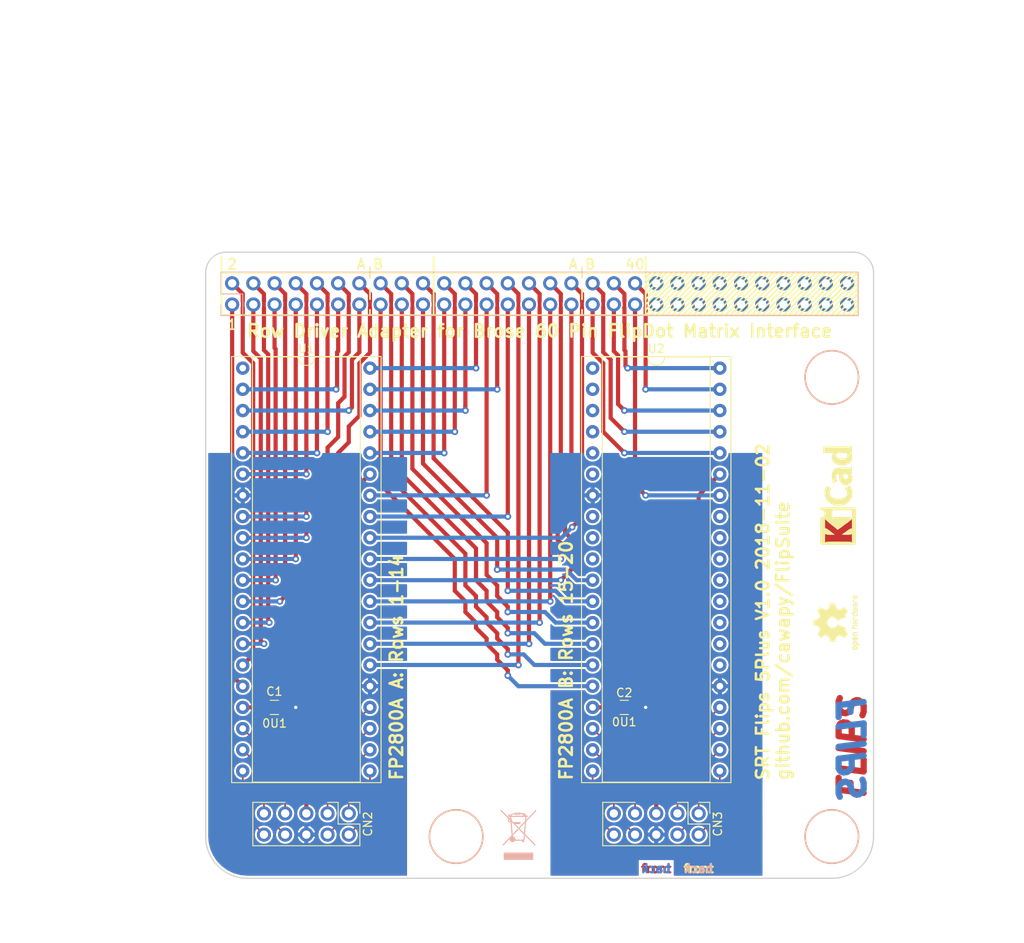
<source format=kicad_pcb>
(kicad_pcb (version 20171130) (host pcbnew "(5.0.1)-3")
  (title_block (title "Flips 5") (date 2018-08-28) (rev 0.1) (company SRT) (comment 1 A-2UFP2832-FDMBR60) (comment 2 "Zeilentreiber-Adapter für Brose 60 Pin Port und FP2800A-Ausgänge"))
  (layers (0 F.Cu signal) (31 B.Cu signal) (34 B.Paste user) (35 F.Paste user) (36 B.SilkS user) (37 F.SilkS user) (38 B.Mask user) (39 F.Mask user) (44 Edge.Cuts user))
  (net 0 "")
  (net 1 "Net-(CN1-Pad40)")
  (net 2 "Net-(CN1-Pad39)")
  (net 3 "Net-(CN1-Pad38)")
  (net 4 "Net-(CN1-Pad37)")
  (net 5 "Net-(CN1-Pad36)")
  (net 6 "Net-(CN1-Pad35)")
  (net 7 "Net-(CN1-Pad34)")
  (net 8 "Net-(CN1-Pad33)")
  (net 9 "Net-(CN1-Pad32)")
  (net 10 "Net-(CN1-Pad31)")
  (net 11 "Net-(CN1-Pad30)")
  (net 12 "Net-(CN1-Pad29)")
  (net 13 "Net-(CN1-Pad28)")
  (net 14 "Net-(CN1-Pad27)")
  (net 15 "Net-(CN1-Pad26)")
  (net 16 "Net-(CN1-Pad25)")
  (net 17 "Net-(CN1-Pad24)")
  (net 18 "Net-(CN1-Pad23)")
  (net 19 "Net-(CN1-Pad22)")
  (net 20 "Net-(CN1-Pad21)")
  (net 21 "Net-(CN1-Pad20)")
  (net 22 "Net-(CN1-Pad19)")
  (net 23 "Net-(CN1-Pad18)")
  (net 24 "Net-(CN1-Pad17)")
  (net 25 "Net-(CN1-Pad16)")
  (net 26 "Net-(CN1-Pad15)")
  (net 27 "Net-(CN1-Pad14)")
  (net 28 "Net-(CN1-Pad13)")
  (net 29 "Net-(CN1-Pad12)")
  (net 30 "Net-(CN1-Pad11)")
  (net 31 "Net-(CN1-Pad10)")
  (net 32 "Net-(CN1-Pad9)")
  (net 33 "Net-(CN1-Pad8)")
  (net 34 "Net-(CN1-Pad7)")
  (net 35 "Net-(CN1-Pad6)")
  (net 36 "Net-(CN1-Pad5)")
  (net 37 "Net-(CN1-Pad4)")
  (net 38 "Net-(CN1-Pad3)")
  (net 39 "Net-(CN1-Pad2)")
  (net 40 "Net-(CN1-Pad1)")
  (net 41 /L.A2)
  (net 42 /L.A0)
  (net 43 /L.A1)
  (net 44 /L.VCC)
  (net 45 /L.GND)
  (net 46 /L.HV)
  (net 47 /L.POL)
  (net 48 /L.EN)
  (net 49 /L.B0)
  (net 50 /L.B1)
  (net 51 /R.B1)
  (net 52 /R.B0)
  (net 53 /R.EN)
  (net 54 /R.POL)
  (net 55 /R.HV)
  (net 56 /R.GND)
  (net 57 /R.VCC)
  (net 58 /R.A1)
  (net 59 /R.A0)
  (net 60 /R.A2)
  (net 61 "Net-(CN1-Pad41)")
  (net 62 "Net-(CN1-Pad42)")
  (net 63 "Net-(CN1-Pad43)")
  (net 64 "Net-(CN1-Pad44)")
  (net 65 "Net-(CN1-Pad45)")
  (net 66 "Net-(CN1-Pad46)")
  (net 67 "Net-(CN1-Pad47)")
  (net 68 "Net-(CN1-Pad48)")
  (net 69 "Net-(CN1-Pad49)")
  (net 70 "Net-(CN1-Pad50)")
  (net 71 "Net-(CN1-Pad51)")
  (net 72 "Net-(CN1-Pad52)")
  (net 73 "Net-(CN1-Pad53)")
  (net 74 "Net-(CN1-Pad54)")
  (net 75 "Net-(CN1-Pad55)")
  (net 76 "Net-(CN1-Pad56)")
  (net 77 "Net-(CN1-Pad57)")
  (net 78 "Net-(CN1-Pad58)")
  (net 79 "Net-(CN1-Pad59)")
  (net 80 "Net-(CN1-Pad60)")
  (net 81 "Net-(U1-Pad1)")
  (net 82 "Net-(U2-Pad1)")
  (net 83 "Net-(U2-Pad2)")
  (net 84 "Net-(U2-Pad3)")
  (net 85 "Net-(U2-Pad4)")
  (net 86 "Net-(U2-Pad5)")
  (net 87 "Net-(U2-Pad6)")
  (net 88 "Net-(U2-Pad26)")
  (net 89 "Net-(U2-Pad27)")
  (net 90 "Net-(U2-Pad8)")
  (net 91 "Net-(U2-Pad28)")
  (net 92 "Net-(U2-Pad9)")
  (net 93 "Net-(U2-Pad29)")
  (net 94 "Net-(U2-Pad10)")
  (net 95 "Net-(U2-Pad30)")
  (net 96 "Net-(U2-Pad31)")
  (net 97 "Net-(U2-Pad32)")
  (net 98 "Net-(U2-Pad33)")
  (module Mounting_Holes:MountingHole_3.2mm_M3 (layer F.Cu) (at 142.95 92.55)
    (fp_text reference REF** hide)
    (fp_text value MountingHole_3.2mm_M3)
    (pad 1 np_thru_hole circle (at 0 0) (size 3.2 3.2) (drill 3.2) (layers *.Cu *.Mask))
  )
  (module Mounting_Holes:MountingHole_3.2mm_M3 (layer F.Cu) (at 97.95 147.55)
    (fp_text reference REF** hide)
    (fp_text value MountingHole_3.2mm_M3)
    (pad 1 np_thru_hole circle (at 0 0) (size 3.2 3.2) (drill 3.2) (layers *.Cu *.Mask))
  )
  (module Socket_Strips:Socket_Strip_Straight_2x30_Pitch2.54mm (layer B.Cu) (at 71.12 83.82 270)
    (fp_text reference CN1 hide)
    (fp_text value Conn_02x30_Odd_Even)
    (pad 1 thru_hole circle (at 0 0 270) (size 1.7 1.7) (drill 1) (layers *.Cu *.Mask) (net 40 "Net-(CN1-Pad1)"))
    (pad 2 thru_hole oval (at -2.54 0 270) (size 1.7 1.7) (drill 1) (layers *.Cu *.Mask) (net 39 "Net-(CN1-Pad2)"))
    (pad 3 thru_hole oval (at 0 -2.54 270) (size 1.7 1.7) (drill 1) (layers *.Cu *.Mask) (net 38 "Net-(CN1-Pad3)"))
    (pad 4 thru_hole oval (at -2.54 -2.54 270) (size 1.7 1.7) (drill 1) (layers *.Cu *.Mask) (net 37 "Net-(CN1-Pad4)"))
    (pad 5 thru_hole oval (at 0 -5.08 270) (size 1.7 1.7) (drill 1) (layers *.Cu *.Mask) (net 36 "Net-(CN1-Pad5)"))
    (pad 6 thru_hole oval (at -2.54 -5.08 270) (size 1.7 1.7) (drill 1) (layers *.Cu *.Mask) (net 35 "Net-(CN1-Pad6)"))
    (pad 7 thru_hole oval (at 0 -7.62 270) (size 1.7 1.7) (drill 1) (layers *.Cu *.Mask) (net 34 "Net-(CN1-Pad7)"))
    (pad 8 thru_hole oval (at -2.54 -7.62 270) (size 1.7 1.7) (drill 1) (layers *.Cu *.Mask) (net 33 "Net-(CN1-Pad8)"))
    (pad 9 thru_hole oval (at 0 -10.16 270) (size 1.7 1.7) (drill 1) (layers *.Cu *.Mask) (net 32 "Net-(CN1-Pad9)"))
    (pad 10 thru_hole oval (at -2.54 -10.16 270) (size 1.7 1.7) (drill 1) (layers *.Cu *.Mask) (net 31 "Net-(CN1-Pad10)"))
    (pad 11 thru_hole oval (at 0 -12.7 270) (size 1.7 1.7) (drill 1) (layers *.Cu *.Mask) (net 30 "Net-(CN1-Pad11)"))
    (pad 12 thru_hole oval (at -2.54 -12.7 270) (size 1.7 1.7) (drill 1) (layers *.Cu *.Mask) (net 29 "Net-(CN1-Pad12)"))
    (pad 13 thru_hole oval (at 0 -15.24 270) (size 1.7 1.7) (drill 1) (layers *.Cu *.Mask) (net 28 "Net-(CN1-Pad13)"))
    (pad 14 thru_hole oval (at -2.54 -15.24 270) (size 1.7 1.7) (drill 1) (layers *.Cu *.Mask) (net 27 "Net-(CN1-Pad14)"))
    (pad 15 thru_hole oval (at 0 -17.78 270) (size 1.7 1.7) (drill 1) (layers *.Cu *.Mask) (net 26 "Net-(CN1-Pad15)"))
    (pad 16 thru_hole oval (at -2.54 -17.78 270) (size 1.7 1.7) (drill 1) (layers *.Cu *.Mask) (net 25 "Net-(CN1-Pad16)"))
    (pad 17 thru_hole oval (at 0 -20.32 270) (size 1.7 1.7) (drill 1) (layers *.Cu *.Mask) (net 24 "Net-(CN1-Pad17)"))
    (pad 18 thru_hole oval (at -2.54 -20.32 270) (size 1.7 1.7) (drill 1) (layers *.Cu *.Mask) (net 23 "Net-(CN1-Pad18)"))
    (pad 19 thru_hole oval (at 0 -22.86 270) (size 1.7 1.7) (drill 1) (layers *.Cu *.Mask) (net 22 "Net-(CN1-Pad19)"))
    (pad 20 thru_hole oval (at -2.54 -22.86 270) (size 1.7 1.7) (drill 1) (layers *.Cu *.Mask) (net 21 "Net-(CN1-Pad20)"))
    (pad 21 thru_hole oval (at 0 -25.4 270) (size 1.7 1.7) (drill 1) (layers *.Cu *.Mask) (net 20 "Net-(CN1-Pad21)"))
    (pad 22 thru_hole oval (at -2.54 -25.4 270) (size 1.7 1.7) (drill 1) (layers *.Cu *.Mask) (net 19 "Net-(CN1-Pad22)"))
    (pad 23 thru_hole oval (at 0 -27.94 270) (size 1.7 1.7) (drill 1) (layers *.Cu *.Mask) (net 18 "Net-(CN1-Pad23)"))
    (pad 24 thru_hole oval (at -2.54 -27.94 270) (size 1.7 1.7) (drill 1) (layers *.Cu *.Mask) (net 17 "Net-(CN1-Pad24)"))
    (pad 25 thru_hole oval (at 0 -30.48 270) (size 1.7 1.7) (drill 1) (layers *.Cu *.Mask) (net 16 "Net-(CN1-Pad25)"))
    (pad 26 thru_hole oval (at -2.54 -30.48 270) (size 1.7 1.7) (drill 1) (layers *.Cu *.Mask) (net 15 "Net-(CN1-Pad26)"))
    (pad 27 thru_hole oval (at 0 -33.02 270) (size 1.7 1.7) (drill 1) (layers *.Cu *.Mask) (net 14 "Net-(CN1-Pad27)"))
    (pad 28 thru_hole oval (at -2.54 -33.02 270) (size 1.7 1.7) (drill 1) (layers *.Cu *.Mask) (net 13 "Net-(CN1-Pad28)"))
    (pad 29 thru_hole oval (at 0 -35.56 270) (size 1.7 1.7) (drill 1) (layers *.Cu *.Mask) (net 12 "Net-(CN1-Pad29)"))
    (pad 30 thru_hole oval (at -2.54 -35.56 270) (size 1.7 1.7) (drill 1) (layers *.Cu *.Mask) (net 11 "Net-(CN1-Pad30)"))
    (pad 31 thru_hole oval (at 0 -38.1 270) (size 1.7 1.7) (drill 1) (layers *.Cu *.Mask) (net 10 "Net-(CN1-Pad31)"))
    (pad 32 thru_hole oval (at -2.54 -38.1 270) (size 1.7 1.7) (drill 1) (layers *.Cu *.Mask) (net 9 "Net-(CN1-Pad32)"))
    (pad 33 thru_hole oval (at 0 -40.64 270) (size 1.7 1.7) (drill 1) (layers *.Cu *.Mask) (net 8 "Net-(CN1-Pad33)"))
    (pad 34 thru_hole oval (at -2.54 -40.64 270) (size 1.7 1.7) (drill 1) (layers *.Cu *.Mask) (net 7 "Net-(CN1-Pad34)"))
    (pad 35 thru_hole oval (at 0 -43.18 270) (size 1.7 1.7) (drill 1) (layers *.Cu *.Mask) (net 6 "Net-(CN1-Pad35)"))
    (pad 36 thru_hole oval (at -2.54 -43.18 270) (size 1.7 1.7) (drill 1) (layers *.Cu *.Mask) (net 5 "Net-(CN1-Pad36)"))
    (pad 37 thru_hole oval (at 0 -45.72 270) (size 1.7 1.7) (drill 1) (layers *.Cu *.Mask) (net 4 "Net-(CN1-Pad37)"))
    (pad 38 thru_hole oval (at -2.54 -45.72 270) (size 1.7 1.7) (drill 1) (layers *.Cu *.Mask) (net 3 "Net-(CN1-Pad38)"))
    (pad 39 thru_hole oval (at 0 -48.26 270) (size 1.7 1.7) (drill 1) (layers *.Cu *.Mask) (net 2 "Net-(CN1-Pad39)"))
    (pad 40 thru_hole oval (at -2.54 -48.26 270) (size 1.7 1.7) (drill 1) (layers *.Cu *.Mask) (net 1 "Net-(CN1-Pad40)"))
    (pad 41 thru_hole oval (at 0 -50.8 270) (size 1.7 1.7) (drill 1) (layers *.Cu *.Mask) (net 61 "Net-(CN1-Pad41)"))
    (pad 42 thru_hole oval (at -2.54 -50.8 270) (size 1.7 1.7) (drill 1) (layers *.Cu *.Mask) (net 62 "Net-(CN1-Pad42)"))
    (pad 43 thru_hole oval (at 0 -53.34 270) (size 1.7 1.7) (drill 1) (layers *.Cu *.Mask) (net 63 "Net-(CN1-Pad43)"))
    (pad 44 thru_hole oval (at -2.54 -53.34 270) (size 1.7 1.7) (drill 1) (layers *.Cu *.Mask) (net 64 "Net-(CN1-Pad44)"))
    (pad 45 thru_hole oval (at 0 -55.88 270) (size 1.7 1.7) (drill 1) (layers *.Cu *.Mask) (net 65 "Net-(CN1-Pad45)"))
    (pad 46 thru_hole oval (at -2.54 -55.88 270) (size 1.7 1.7) (drill 1) (layers *.Cu *.Mask) (net 66 "Net-(CN1-Pad46)"))
    (pad 47 thru_hole oval (at 0 -58.42 270) (size 1.7 1.7) (drill 1) (layers *.Cu *.Mask) (net 67 "Net-(CN1-Pad47)"))
    (pad 48 thru_hole oval (at -2.54 -58.42 270) (size 1.7 1.7) (drill 1) (layers *.Cu *.Mask) (net 68 "Net-(CN1-Pad48)"))
    (pad 49 thru_hole oval (at 0 -60.96 270) (size 1.7 1.7) (drill 1) (layers *.Cu *.Mask) (net 69 "Net-(CN1-Pad49)"))
    (pad 50 thru_hole oval (at -2.54 -60.96 270) (size 1.7 1.7) (drill 1) (layers *.Cu *.Mask) (net 70 "Net-(CN1-Pad50)"))
    (pad 51 thru_hole oval (at 0 -63.5 270) (size 1.7 1.7) (drill 1) (layers *.Cu *.Mask) (net 71 "Net-(CN1-Pad51)"))
    (pad 52 thru_hole oval (at -2.54 -63.5 270) (size 1.7 1.7) (drill 1) (layers *.Cu *.Mask) (net 72 "Net-(CN1-Pad52)"))
    (pad 53 thru_hole oval (at 0 -66.04 270) (size 1.7 1.7) (drill 1) (layers *.Cu *.Mask) (net 73 "Net-(CN1-Pad53)"))
    (pad 54 thru_hole oval (at -2.54 -66.04 270) (size 1.7 1.7) (drill 1) (layers *.Cu *.Mask) (net 74 "Net-(CN1-Pad54)"))
    (pad 55 thru_hole oval (at 0 -68.58 270) (size 1.7 1.7) (drill 1) (layers *.Cu *.Mask) (net 75 "Net-(CN1-Pad55)"))
    (pad 56 thru_hole oval (at -2.54 -68.58 270) (size 1.7 1.7) (drill 1) (layers *.Cu *.Mask) (net 76 "Net-(CN1-Pad56)"))
    (pad 57 thru_hole oval (at 0 -71.12 270) (size 1.7 1.7) (drill 1) (layers *.Cu *.Mask) (net 77 "Net-(CN1-Pad57)"))
    (pad 58 thru_hole oval (at -2.54 -71.12 270) (size 1.7 1.7) (drill 1) (layers *.Cu *.Mask) (net 78 "Net-(CN1-Pad58)"))
    (pad 59 thru_hole oval (at 0 -73.66 270) (size 1.7 1.7) (drill 1) (layers *.Cu *.Mask) (net 79 "Net-(CN1-Pad59)"))
    (pad 60 thru_hole oval (at -2.54 -73.66 270) (size 1.7 1.7) (drill 1) (layers *.Cu *.Mask) (net 80 "Net-(CN1-Pad60)"))
  )
  (module Mounting_Holes:MountingHole_3.2mm_M3 (layer F.Cu) (at 142.95 147.55)
    (fp_text reference REF** hide)
    (fp_text value MountingHole_3.2mm_M3)
    (pad 1 np_thru_hole circle (at 0 0) (size 3.2 3.2) (drill 3.2) (layers *.Cu *.Mask))
  )
  (module Housings_DIP:DIP-40_W15.24mm_Socket (layer F.Cu) (at 72.39 91.44)
    (fp_text reference U1 (at 7.62 -2.33) (layer F.SilkS))
    (fp_text value FP2800A)
    (pad 40 thru_hole oval (at 15.24 0) (size 1.6 1.6) (drill 0.8) (layers *.Cu *.Mask) (net 17 "Net-(CN1-Pad24)"))
    (pad 20 thru_hole oval (at 0 48.26) (size 1.6 1.6) (drill 0.8) (layers *.Cu *.Mask) (net 41 /L.A2))
    (pad 39 thru_hole oval (at 15.24 2.54) (size 1.6 1.6) (drill 0.8) (layers *.Cu *.Mask) (net 15 "Net-(CN1-Pad26)"))
    (pad 19 thru_hole oval (at 0 45.72) (size 1.6 1.6) (drill 0.8) (layers *.Cu *.Mask) (net 42 /L.A0))
    (pad 38 thru_hole oval (at 15.24 5.08) (size 1.6 1.6) (drill 0.8) (layers *.Cu *.Mask) (net 18 "Net-(CN1-Pad23)"))
    (pad 18 thru_hole oval (at 0 43.18) (size 1.6 1.6) (drill 0.8) (layers *.Cu *.Mask) (net 43 /L.A1))
    (pad 37 thru_hole oval (at 15.24 7.62) (size 1.6 1.6) (drill 0.8) (layers *.Cu *.Mask) (net 19 "Net-(CN1-Pad22)"))
    (pad 17 thru_hole oval (at 0 40.64) (size 1.6 1.6) (drill 0.8) (layers *.Cu *.Mask) (net 44 /L.VCC))
    (pad 36 thru_hole oval (at 15.24 10.16) (size 1.6 1.6) (drill 0.8) (layers *.Cu *.Mask) (net 20 "Net-(CN1-Pad21)"))
    (pad 16 thru_hole oval (at 0 38.1) (size 1.6 1.6) (drill 0.8) (layers *.Cu *.Mask) (net 40 "Net-(CN1-Pad1)"))
    (pad 35 thru_hole oval (at 15.24 12.7) (size 1.6 1.6) (drill 0.8) (layers *.Cu *.Mask) (net 46 /L.HV))
    (pad 15 thru_hole oval (at 0 35.56) (size 1.6 1.6) (drill 0.8) (layers *.Cu *.Mask) (net 39 "Net-(CN1-Pad2)"))
    (pad 34 thru_hole oval (at 15.24 15.24) (size 1.6 1.6) (drill 0.8) (layers *.Cu *.Mask) (net 16 "Net-(CN1-Pad25)"))
    (pad 14 thru_hole oval (at 0 33.02) (size 1.6 1.6) (drill 0.8) (layers *.Cu *.Mask) (net 38 "Net-(CN1-Pad3)"))
    (pad 33 thru_hole oval (at 15.24 17.78) (size 1.6 1.6) (drill 0.8) (layers *.Cu *.Mask) (net 14 "Net-(CN1-Pad27)"))
    (pad 13 thru_hole oval (at 0 30.48) (size 1.6 1.6) (drill 0.8) (layers *.Cu *.Mask) (net 37 "Net-(CN1-Pad4)"))
    (pad 32 thru_hole oval (at 15.24 20.32) (size 1.6 1.6) (drill 0.8) (layers *.Cu *.Mask) (net 7 "Net-(CN1-Pad34)"))
    (pad 12 thru_hole oval (at 0 27.94) (size 1.6 1.6) (drill 0.8) (layers *.Cu *.Mask) (net 35 "Net-(CN1-Pad6)"))
    (pad 31 thru_hole oval (at 15.24 22.86) (size 1.6 1.6) (drill 0.8) (layers *.Cu *.Mask) (net 9 "Net-(CN1-Pad32)"))
    (pad 11 thru_hole oval (at 0 25.4) (size 1.6 1.6) (drill 0.8) (layers *.Cu *.Mask) (net 36 "Net-(CN1-Pad5)"))
    (pad 30 thru_hole oval (at 15.24 25.4) (size 1.6 1.6) (drill 0.8) (layers *.Cu *.Mask) (net 8 "Net-(CN1-Pad33)"))
    (pad 10 thru_hole oval (at 0 22.86) (size 1.6 1.6) (drill 0.8) (layers *.Cu *.Mask) (net 34 "Net-(CN1-Pad7)"))
    (pad 29 thru_hole oval (at 15.24 27.94) (size 1.6 1.6) (drill 0.8) (layers *.Cu *.Mask) (net 10 "Net-(CN1-Pad31)"))
    (pad 9 thru_hole oval (at 0 20.32) (size 1.6 1.6) (drill 0.8) (layers *.Cu *.Mask) (net 27 "Net-(CN1-Pad14)"))
    (pad 28 thru_hole oval (at 15.24 30.48) (size 1.6 1.6) (drill 0.8) (layers *.Cu *.Mask) (net 11 "Net-(CN1-Pad30)"))
    (pad 8 thru_hole oval (at 0 17.78) (size 1.6 1.6) (drill 0.8) (layers *.Cu *.Mask) (net 29 "Net-(CN1-Pad12)"))
    (pad 27 thru_hole oval (at 15.24 33.02) (size 1.6 1.6) (drill 0.8) (layers *.Cu *.Mask) (net 12 "Net-(CN1-Pad29)"))
    (pad 7 thru_hole oval (at 0 15.24) (size 1.6 1.6) (drill 0.8) (layers *.Cu *.Mask) (net 45 /L.GND))
    (pad 26 thru_hole oval (at 15.24 35.56) (size 1.6 1.6) (drill 0.8) (layers *.Cu *.Mask) (net 13 "Net-(CN1-Pad28)"))
    (pad 6 thru_hole oval (at 0 12.7) (size 1.6 1.6) (drill 0.8) (layers *.Cu *.Mask) (net 33 "Net-(CN1-Pad8)"))
    (pad 25 thru_hole oval (at 15.24 38.1) (size 1.6 1.6) (drill 0.8) (layers *.Cu *.Mask) (net 45 /L.GND))
    (pad 5 thru_hole oval (at 0 10.16) (size 1.6 1.6) (drill 0.8) (layers *.Cu *.Mask) (net 32 "Net-(CN1-Pad9)"))
    (pad 24 thru_hole oval (at 15.24 40.64) (size 1.6 1.6) (drill 0.8) (layers *.Cu *.Mask) (net 48 /L.EN))
    (pad 4 thru_hole oval (at 0 7.62) (size 1.6 1.6) (drill 0.8) (layers *.Cu *.Mask) (net 31 "Net-(CN1-Pad10)"))
    (pad 23 thru_hole oval (at 15.24 43.18) (size 1.6 1.6) (drill 0.8) (layers *.Cu *.Mask) (net 47 /L.POL))
    (pad 3 thru_hole oval (at 0 5.08) (size 1.6 1.6) (drill 0.8) (layers *.Cu *.Mask) (net 28 "Net-(CN1-Pad13)"))
    (pad 22 thru_hole oval (at 15.24 45.72) (size 1.6 1.6) (drill 0.8) (layers *.Cu *.Mask) (net 50 /L.B1))
    (pad 2 thru_hole oval (at 0 2.54) (size 1.6 1.6) (drill 0.8) (layers *.Cu *.Mask) (net 30 "Net-(CN1-Pad11)"))
    (pad 21 thru_hole oval (at 15.24 48.26) (size 1.6 1.6) (drill 0.8) (layers *.Cu *.Mask) (net 49 /L.B0))
    (pad 1 thru_hole circle (at 0 0) (size 1.6 1.6) (drill 0.8) (layers *.Cu *.Mask) (net 81 "Net-(U1-Pad1)"))
  )
  (module Housings_DIP:DIP-40_W15.24mm_Socket (layer F.Cu) (at 114.3 91.44)
    (fp_text reference U2 (at 7.62 -2.33) (layer F.SilkS))
    (fp_text value FP2800A)
    (pad 1 thru_hole circle (at 0 0) (size 1.6 1.6) (drill 0.8) (layers *.Cu *.Mask) (net 82 "Net-(U2-Pad1)"))
    (pad 21 thru_hole oval (at 15.24 48.26) (size 1.6 1.6) (drill 0.8) (layers *.Cu *.Mask) (net 52 /R.B0))
    (pad 2 thru_hole oval (at 0 2.54) (size 1.6 1.6) (drill 0.8) (layers *.Cu *.Mask) (net 83 "Net-(U2-Pad2)"))
    (pad 22 thru_hole oval (at 15.24 45.72) (size 1.6 1.6) (drill 0.8) (layers *.Cu *.Mask) (net 51 /R.B1))
    (pad 3 thru_hole oval (at 0 5.08) (size 1.6 1.6) (drill 0.8) (layers *.Cu *.Mask) (net 84 "Net-(U2-Pad3)"))
    (pad 23 thru_hole oval (at 15.24 43.18) (size 1.6 1.6) (drill 0.8) (layers *.Cu *.Mask) (net 54 /R.POL))
    (pad 4 thru_hole oval (at 0 7.62) (size 1.6 1.6) (drill 0.8) (layers *.Cu *.Mask) (net 85 "Net-(U2-Pad4)"))
    (pad 24 thru_hole oval (at 15.24 40.64) (size 1.6 1.6) (drill 0.8) (layers *.Cu *.Mask) (net 53 /R.EN))
    (pad 5 thru_hole oval (at 0 10.16) (size 1.6 1.6) (drill 0.8) (layers *.Cu *.Mask) (net 86 "Net-(U2-Pad5)"))
    (pad 25 thru_hole oval (at 15.24 38.1) (size 1.6 1.6) (drill 0.8) (layers *.Cu *.Mask) (net 56 /R.GND))
    (pad 6 thru_hole oval (at 0 12.7) (size 1.6 1.6) (drill 0.8) (layers *.Cu *.Mask) (net 87 "Net-(U2-Pad6)"))
    (pad 26 thru_hole oval (at 15.24 35.56) (size 1.6 1.6) (drill 0.8) (layers *.Cu *.Mask) (net 88 "Net-(U2-Pad26)"))
    (pad 7 thru_hole oval (at 0 15.24) (size 1.6 1.6) (drill 0.8) (layers *.Cu *.Mask) (net 56 /R.GND))
    (pad 27 thru_hole oval (at 15.24 33.02) (size 1.6 1.6) (drill 0.8) (layers *.Cu *.Mask) (net 89 "Net-(U2-Pad27)"))
    (pad 8 thru_hole oval (at 0 17.78) (size 1.6 1.6) (drill 0.8) (layers *.Cu *.Mask) (net 90 "Net-(U2-Pad8)"))
    (pad 28 thru_hole oval (at 15.24 30.48) (size 1.6 1.6) (drill 0.8) (layers *.Cu *.Mask) (net 91 "Net-(U2-Pad28)"))
    (pad 9 thru_hole oval (at 0 20.32) (size 1.6 1.6) (drill 0.8) (layers *.Cu *.Mask) (net 92 "Net-(U2-Pad9)"))
    (pad 29 thru_hole oval (at 15.24 27.94) (size 1.6 1.6) (drill 0.8) (layers *.Cu *.Mask) (net 93 "Net-(U2-Pad29)"))
    (pad 10 thru_hole oval (at 0 22.86) (size 1.6 1.6) (drill 0.8) (layers *.Cu *.Mask) (net 94 "Net-(U2-Pad10)"))
    (pad 30 thru_hole oval (at 15.24 25.4) (size 1.6 1.6) (drill 0.8) (layers *.Cu *.Mask) (net 95 "Net-(U2-Pad30)"))
    (pad 11 thru_hole oval (at 0 25.4) (size 1.6 1.6) (drill 0.8) (layers *.Cu *.Mask) (net 22 "Net-(CN1-Pad19)"))
    (pad 31 thru_hole oval (at 15.24 22.86) (size 1.6 1.6) (drill 0.8) (layers *.Cu *.Mask) (net 96 "Net-(U2-Pad31)"))
    (pad 12 thru_hole oval (at 0 27.94) (size 1.6 1.6) (drill 0.8) (layers *.Cu *.Mask) (net 21 "Net-(CN1-Pad20)"))
    (pad 32 thru_hole oval (at 15.24 20.32) (size 1.6 1.6) (drill 0.8) (layers *.Cu *.Mask) (net 97 "Net-(U2-Pad32)"))
    (pad 13 thru_hole oval (at 0 30.48) (size 1.6 1.6) (drill 0.8) (layers *.Cu *.Mask) (net 23 "Net-(CN1-Pad18)"))
    (pad 33 thru_hole oval (at 15.24 17.78) (size 1.6 1.6) (drill 0.8) (layers *.Cu *.Mask) (net 98 "Net-(U2-Pad33)"))
    (pad 14 thru_hole oval (at 0 33.02) (size 1.6 1.6) (drill 0.8) (layers *.Cu *.Mask) (net 24 "Net-(CN1-Pad17)"))
    (pad 34 thru_hole oval (at 15.24 15.24) (size 1.6 1.6) (drill 0.8) (layers *.Cu *.Mask) (net 2 "Net-(CN1-Pad39)"))
    (pad 15 thru_hole oval (at 0 35.56) (size 1.6 1.6) (drill 0.8) (layers *.Cu *.Mask) (net 25 "Net-(CN1-Pad16)"))
    (pad 35 thru_hole oval (at 15.24 12.7) (size 1.6 1.6) (drill 0.8) (layers *.Cu *.Mask) (net 55 /R.HV))
    (pad 16 thru_hole oval (at 0 38.1) (size 1.6 1.6) (drill 0.8) (layers *.Cu *.Mask) (net 26 "Net-(CN1-Pad15)"))
    (pad 36 thru_hole oval (at 15.24 10.16) (size 1.6 1.6) (drill 0.8) (layers *.Cu *.Mask) (net 6 "Net-(CN1-Pad35)"))
    (pad 17 thru_hole oval (at 0 40.64) (size 1.6 1.6) (drill 0.8) (layers *.Cu *.Mask) (net 57 /R.VCC))
    (pad 37 thru_hole oval (at 15.24 7.62) (size 1.6 1.6) (drill 0.8) (layers *.Cu *.Mask) (net 5 "Net-(CN1-Pad36)"))
    (pad 18 thru_hole oval (at 0 43.18) (size 1.6 1.6) (drill 0.8) (layers *.Cu *.Mask) (net 58 /R.A1))
    (pad 38 thru_hole oval (at 15.24 5.08) (size 1.6 1.6) (drill 0.8) (layers *.Cu *.Mask) (net 4 "Net-(CN1-Pad37)"))
    (pad 19 thru_hole oval (at 0 45.72) (size 1.6 1.6) (drill 0.8) (layers *.Cu *.Mask) (net 59 /R.A0))
    (pad 39 thru_hole oval (at 15.24 2.54) (size 1.6 1.6) (drill 0.8) (layers *.Cu *.Mask) (net 1 "Net-(CN1-Pad40)"))
    (pad 20 thru_hole oval (at 0 48.26) (size 1.6 1.6) (drill 0.8) (layers *.Cu *.Mask) (net 60 /R.A2))
    (pad 40 thru_hole oval (at 15.24 0) (size 1.6 1.6) (drill 0.8) (layers *.Cu *.Mask) (net 3 "Net-(CN1-Pad38)"))
  )
  (module Own:Pin_Header_Angle_Shrouded_2x05_Pitch2.54mm (layer F.Cu) (at 85.09 144.78 270)
    (fp_text reference CN2 (at 1.27 -2.286 270) (layer F.SilkS))
    (fp_text value UFP2810 hide)
    (pad 1 thru_hole circle (at 0 0 270) (size 1.7 1.7) (drill 1) (layers *.Cu *.Mask) (net 50 /L.B1))
    (pad 2 thru_hole oval (at 2.54 0 270) (size 1.7 1.7) (drill 1) (layers *.Cu *.Mask) (net 49 /L.B0))
    (pad 3 thru_hole oval (at 0 2.54 270) (size 1.7 1.7) (drill 1) (layers *.Cu *.Mask) (net 48 /L.EN))
    (pad 4 thru_hole oval (at 2.54 2.54 270) (size 1.7 1.7) (drill 1) (layers *.Cu *.Mask) (net 47 /L.POL))
    (pad 5 thru_hole oval (at 0 5.08 270) (size 1.7 1.7) (drill 1) (layers *.Cu *.Mask) (net 46 /L.HV))
    (pad 6 thru_hole oval (at 2.54 5.08 270) (size 1.7 1.7) (drill 1) (layers *.Cu *.Mask) (net 45 /L.GND))
    (pad 7 thru_hole oval (at 0 7.62 270) (size 1.7 1.7) (drill 1) (layers *.Cu *.Mask) (net 44 /L.VCC))
    (pad 8 thru_hole oval (at 2.54 7.62 270) (size 1.7 1.7) (drill 1) (layers *.Cu *.Mask) (net 43 /L.A1))
    (pad 9 thru_hole oval (at 0 10.16 270) (size 1.7 1.7) (drill 1) (layers *.Cu *.Mask) (net 42 /L.A0))
    (pad 10 thru_hole oval (at 2.54 10.16 270) (size 1.7 1.7) (drill 1) (layers *.Cu *.Mask) (net 41 /L.A2))
  )
  (module Own:Pin_Header_Angle_Shrouded_2x05_Pitch2.54mm (layer F.Cu) (at 127 144.78 270)
    (fp_text reference CN3 (at 1.27 -2.286 270) (layer F.SilkS))
    (fp_text value UFP2810 hide)
    (pad 10 thru_hole oval (at 2.54 10.16 270) (size 1.7 1.7) (drill 1) (layers *.Cu *.Mask) (net 60 /R.A2))
    (pad 9 thru_hole oval (at 0 10.16 270) (size 1.7 1.7) (drill 1) (layers *.Cu *.Mask) (net 59 /R.A0))
    (pad 8 thru_hole oval (at 2.54 7.62 270) (size 1.7 1.7) (drill 1) (layers *.Cu *.Mask) (net 58 /R.A1))
    (pad 7 thru_hole oval (at 0 7.62 270) (size 1.7 1.7) (drill 1) (layers *.Cu *.Mask) (net 57 /R.VCC))
    (pad 6 thru_hole oval (at 2.54 5.08 270) (size 1.7 1.7) (drill 1) (layers *.Cu *.Mask) (net 56 /R.GND))
    (pad 5 thru_hole oval (at 0 5.08 270) (size 1.7 1.7) (drill 1) (layers *.Cu *.Mask) (net 55 /R.HV))
    (pad 4 thru_hole oval (at 2.54 2.54 270) (size 1.7 1.7) (drill 1) (layers *.Cu *.Mask) (net 54 /R.POL))
    (pad 3 thru_hole oval (at 0 2.54 270) (size 1.7 1.7) (drill 1) (layers *.Cu *.Mask) (net 53 /R.EN))
    (pad 2 thru_hole oval (at 2.54 0 270) (size 1.7 1.7) (drill 1) (layers *.Cu *.Mask) (net 52 /R.B0))
    (pad 1 thru_hole circle (at 0 0 270) (size 1.7 1.7) (drill 1) (layers *.Cu *.Mask) (net 51 /R.B1))
  )
  (module Symbols:Symbol_KiCAD-Logo_CopperAndSilkScreenTop (layer F.Cu) (at 143.51 106.68 90)
    (fp_text reference REF** hide)
    (fp_text value "KiCAD Logo" hide)
  )
  (module Symbols:OSHW-Logo2_7.3x6mm_SilkScreen (layer F.Cu) (at 143.51 121.92 90)
    (fp_text reference REF*** hide)
    (fp_text value OSHW-Logo2_7.3x6mm_SilkScreen hide)
  )
  (module Symbols:WEEE-Logo_4.2x6mm_SilkScreen (layer B.Cu) (at 105.41 147.32 180)
    (fp_text reference REF*** hide)
    (fp_text value WEEE-Logo_4.2x6mm_SilkScreen hide)
  )
  (module Capacitors_SMD:C_0805_HandSoldering (layer F.Cu) (at 76.18 132.08 180)
    (fp_text reference C1 (at 0 1.905 180) (layer F.SilkS))
    (fp_text value 0U1 (at -0.02 -1.905 180) (layer F.SilkS))
    (pad 2 smd rect (at 1.25 0 180) (size 1.5 1.25) (layers F.Cu F.Paste F.Mask) (net 44 /L.VCC))
    (pad 1 smd rect (at -1.25 0 180) (size 1.5 1.25) (layers F.Cu F.Paste F.Mask) (net 45 /L.GND))
  )
  (module Capacitors_SMD:C_0805_HandSoldering (layer F.Cu) (at 118.09 132.08)
    (fp_text reference C2 (at 0 -1.75) (layer F.SilkS))
    (fp_text value 0U1 (at 0 1.75) (layer F.SilkS))
    (pad 1 smd rect (at -1.25 0) (size 1.5 1.25) (layers F.Cu F.Paste F.Mask) (net 57 /R.VCC))
    (pad 2 smd rect (at 1.25 0) (size 1.5 1.25) (layers F.Cu F.Paste F.Mask) (net 56 /R.GND))
  )
  (gr_arc (start 145.5 80) (end 147.95 80) (angle -90) (layer Edge.Cuts) (width 0.15))
  (gr_arc (start 70.4 80) (end 70.4 77.55) (angle -90) (layer Edge.Cuts) (width 0.15))
  (gr_arc (start 72.95 147.55) (end 67.95 147.55) (angle -90) (layer Edge.Cuts) (width 0.15))
  (gr_text back (at 127 151.384) (layer B.SilkS) (effects (font (size 1 1) (thickness 0.25)) (justify mirror)))
  (gr_text front (at 127 151.384) (layer F.SilkS) (effects (font (size 1 1) (thickness 0.25))))
  (gr_text front (at 121.92 151.384) (layer F.Cu) (effects (font (size 1 1) (thickness 0.25))))
  (gr_text back (at 121.92 151.384) (layer B.Cu) (effects (font (size 1 1) (thickness 0.25)) (justify mirror)))
  (gr_text FLIPS (at 145.415 143.51 90) (layer B.Cu) (effects (font (size 3 3) (thickness 0.75) italic) (justify right mirror)))
  (gr_text FLIPS (at 145.415 143.51 90) (layer F.Cu) (effects (font (size 3 3) (thickness 0.75) italic) (justify left)))
  (gr_text "A B" (at 113.03 78.994) (layer F.SilkS) (effects (font (size 1.2 1.2) (thickness 0.2))))
  (gr_text "A B" (at 87.63 78.994) (layer F.SilkS) (effects (font (size 1.2 1.2) (thickness 0.2))))
  (gr_line (start 69.85 80.01) (end 69.85 78.105) (angle 90) (layer F.SilkS) (width 0.2))
  (gr_line (start 120.65 80.01) (end 120.65 78.105) (angle 90) (layer F.SilkS) (width 0.2))
  (gr_line (start 113.03 80.01) (end 113.03 79.375) (angle 90) (layer F.SilkS) (width 0.2))
  (gr_line (start 95.25 80.01) (end 95.25 78.105) (angle 90) (layer F.SilkS) (width 0.2))
  (gr_line (start 87.63 80.01) (end 87.63 79.375) (angle 90) (layer F.SilkS) (width 0.2))
  (gr_circle (center 97.95 147.55) (end 100.45 145.55) (layer B.SilkS) (width 0.2))
  (gr_circle (center 142.95 147.55) (end 145.45 145.55) (layer B.SilkS) (width 0.2))
  (gr_circle (center 142.95 92.55) (end 145.45 90.55) (layer B.SilkS) (width 0.2))
  (gr_circle (center 142.95 92.55) (end 145.45 90.55) (layer F.SilkS) (width 0.2))
  (gr_circle (center 142.95 147.55) (end 145.45 145.55) (layer F.SilkS) (width 0.2))
  (gr_circle (center 97.95 147.55) (end 100.45 145.55) (layer F.SilkS) (width 0.2))
  (gr_text "SRT Flips 5Plus V1.0 2018-11-02\ngithub.com/cawapy/FlipSuite" (at 135.89 140.97 90) (layer F.SilkS) (effects (font (size 1.5 1.5) (thickness 0.3)) (justify left)))
  (gr_line (start 147.95 80) (end 147.95 147.55) (layer Edge.Cuts) (width 0.15))
  (gr_line (start 72.95 152.55) (end 142.95 152.55) (layer Edge.Cuts) (width 0.15))
  (gr_line (start 67.95 80) (end 67.95 147.55) (layer Edge.Cuts) (width 0.15))
  (gr_arc (start 142.95 147.55) (end 147.95 147.55) (angle 90) (layer Edge.Cuts) (width 0.15))
  (gr_text 40 (at 119.38 78.994) (layer F.SilkS) (effects (font (size 1.2 1.2) (thickness 0.2))))
  (gr_text 2 (at 71.12 78.994) (layer F.SilkS) (effects (font (size 1.2 1.2) (thickness 0.2))))
  (gr_text 1 (at 71.12 86.233) (layer F.SilkS) (effects (font (size 1.2 1.2) (thickness 0.2))))
  (gr_line (start 87.63 85.09) (end 87.63 84.455) (angle 90) (layer F.SilkS) (width 0.2))
  (gr_line (start 87.63 80.645) (end 87.63 80.01) (angle 90) (layer F.SilkS) (width 0.2))
  (gr_line (start 113.03 80.645) (end 113.03 80.01) (angle 90) (layer F.SilkS) (width 0.2))
  (gr_line (start 113.03 83.185) (end 113.03 81.915) (angle 90) (layer F.SilkS) (width 0.2))
  (gr_line (start 113.03 85.09) (end 113.03 84.455) (angle 90) (layer F.SilkS) (width 0.2))
  (gr_line (start 87.63 83.185) (end 87.63 81.915) (angle 90) (layer F.SilkS) (width 0.2))
  (gr_line (start 133.35 85.09) (end 138.43 80.01) (angle 90) (layer F.SilkS) (width 0.2))
  (gr_line (start 140.335 83.185) (end 138.43 85.09) (angle 90) (layer F.SilkS) (width 0.2))
  (gr_line (start 137.795 85.09) (end 140.335 82.55) (angle 90) (layer F.SilkS) (width 0.2))
  (gr_line (start 140.97 81.28) (end 137.16 85.09) (angle 90) (layer F.SilkS) (width 0.2))
  (gr_line (start 136.525 85.09) (end 140.97 80.645) (angle 90) (layer F.SilkS) (width 0.2))
  (gr_line (start 140.97 80.01) (end 135.89 85.09) (angle 90) (layer F.SilkS) (width 0.2))
  (gr_line (start 135.255 85.09) (end 140.335 80.01) (angle 90) (layer F.SilkS) (width 0.2))
  (gr_line (start 139.7 80.01) (end 134.62 85.09) (angle 90) (layer F.SilkS) (width 0.2))
  (gr_line (start 133.985 85.09) (end 139.065 80.01) (angle 90) (layer F.SilkS) (width 0.2))
  (gr_line (start 137.795 80.01) (end 132.715 85.09) (angle 90) (layer F.SilkS) (width 0.2))
  (gr_line (start 132.08 85.09) (end 137.16 80.01) (angle 90) (layer F.SilkS) (width 0.2))
  (gr_line (start 136.525 80.01) (end 131.445 85.09) (angle 90) (layer F.SilkS) (width 0.2))
  (gr_line (start 130.81 85.09) (end 135.89 80.01) (angle 90) (layer F.SilkS) (width 0.2))
  (gr_line (start 135.255 80.01) (end 130.175 85.09) (angle 90) (layer F.SilkS) (width 0.2))
  (gr_line (start 129.54 85.09) (end 134.62 80.01) (angle 90) (layer F.SilkS) (width 0.2))
  (gr_line (start 133.985 80.01) (end 128.905 85.09) (angle 90) (layer F.SilkS) (width 0.2))
  (gr_line (start 128.27 85.09) (end 133.35 80.01) (angle 90) (layer F.SilkS) (width 0.2))
  (gr_line (start 132.715 80.01) (end 127.635 85.09) (angle 90) (layer F.SilkS) (width 0.2))
  (gr_line (start 127 85.09) (end 132.08 80.01) (angle 90) (layer F.SilkS) (width 0.2))
  (gr_line (start 126.365 85.09) (end 131.445 80.01) (angle 90) (layer F.SilkS) (width 0.2))
  (gr_line (start 130.81 80.01) (end 125.73 85.09) (angle 90) (layer F.SilkS) (width 0.2))
  (gr_line (start 125.095 85.09) (end 130.175 80.01) (angle 90) (layer F.SilkS) (width 0.2))
  (gr_line (start 129.54 80.01) (end 124.46 85.09) (angle 90) (layer F.SilkS) (width 0.2))
  (gr_line (start 124.46 84.455) (end 128.905 80.01) (angle 90) (layer F.SilkS) (width 0.2))
  (gr_line (start 123.825 84.455) (end 128.27 80.01) (angle 90) (layer F.SilkS) (width 0.2))
  (gr_line (start 127.635 80.01) (end 125.095 82.55) (angle 90) (layer F.SilkS) (width 0.2))
  (gr_line (start 125.73 81.28) (end 127 80.01) (angle 90) (layer F.SilkS) (width 0.2))
  (gr_line (start 146.05 85.09) (end 120.65 85.09) (angle 90) (layer F.SilkS) (width 0.2))
  (gr_line (start 146.05 80.01) (end 146.05 85.09) (angle 90) (layer F.SilkS) (width 0.2))
  (gr_line (start 146.05 80.01) (end 120.65 80.01) (angle 90) (layer F.SilkS) (width 0.2))
  (gr_line (start 141.605 80.01) (end 140.97 80.645) (angle 90) (layer F.SilkS) (width 0.2))
  (gr_line (start 142.24 80.01) (end 140.97 81.28) (angle 90) (layer F.SilkS) (width 0.2))
  (gr_line (start 142.875 80.01) (end 140.335 82.55) (angle 90) (layer F.SilkS) (width 0.2))
  (gr_line (start 143.51 80.01) (end 139.7 83.82) (angle 90) (layer F.SilkS) (width 0.2))
  (gr_line (start 144.145 80.01) (end 139.065 85.09) (angle 90) (layer F.SilkS) (width 0.2))
  (gr_line (start 139.7 85.09) (end 144.78 80.01) (angle 90) (layer F.SilkS) (width 0.2))
  (gr_line (start 145.415 80.01) (end 140.335 85.09) (angle 90) (layer F.SilkS) (width 0.2))
  (gr_line (start 146.05 80.01) (end 140.97 85.09) (angle 90) (layer F.SilkS) (width 0.2))
  (gr_line (start 146.05 80.645) (end 141.605 85.09) (angle 90) (layer F.SilkS) (width 0.2))
  (gr_line (start 146.05 81.28) (end 142.24 85.09) (angle 90) (layer F.SilkS) (width 0.2))
  (gr_line (start 146.05 81.915) (end 142.875 85.09) (angle 90) (layer F.SilkS) (width 0.2))
  (gr_line (start 146.05 82.55) (end 143.51 85.09) (angle 90) (layer F.SilkS) (width 0.2))
  (gr_line (start 144.145 85.09) (end 146.05 83.185) (angle 90) (layer F.SilkS) (width 0.2))
  (gr_line (start 146.05 83.82) (end 144.78 85.09) (angle 90) (layer F.SilkS) (width 0.2))
  (gr_line (start 145.415 85.09) (end 146.05 84.455) (angle 90) (layer F.SilkS) (width 0.2))
  (gr_line (start 123.825 85.09) (end 124.46 84.455) (angle 90) (layer F.SilkS) (width 0.2))
  (gr_line (start 123.19 85.09) (end 124.46 83.82) (angle 90) (layer F.SilkS) (width 0.2))
  (gr_line (start 125.095 82.55) (end 122.555 85.09) (angle 90) (layer F.SilkS) (width 0.2))
  (gr_line (start 121.92 85.09) (end 125.73 81.28) (angle 90) (layer F.SilkS) (width 0.2))
  (gr_line (start 121.285 85.09) (end 126.365 80.01) (angle 90) (layer F.SilkS) (width 0.2))
  (gr_line (start 120.65 85.09) (end 125.73 80.01) (angle 90) (layer F.SilkS) (width 0.2))
  (gr_line (start 120.65 84.455) (end 125.095 80.01) (angle 90) (layer F.SilkS) (width 0.2))
  (gr_line (start 120.65 83.82) (end 124.46 80.01) (angle 90) (layer F.SilkS) (width 0.2))
  (gr_line (start 120.65 83.185) (end 123.825 80.01) (angle 90) (layer F.SilkS) (width 0.2))
  (gr_line (start 120.65 82.55) (end 123.19 80.01) (angle 90) (layer F.SilkS) (width 0.2))
  (gr_line (start 120.65 81.915) (end 122.555 80.01) (angle 90) (layer F.SilkS) (width 0.2))
  (gr_line (start 120.65 81.28) (end 121.92 80.01) (angle 90) (layer F.SilkS) (width 0.2))
  (gr_line (start 120.65 80.645) (end 121.285 80.01) (angle 90) (layer F.SilkS) (width 0.2))
  (gr_line (start 120.65 85.09) (end 95.25 85.09) (angle 90) (layer F.SilkS) (width 0.2))
  (gr_line (start 120.65 80.01) (end 120.65 85.09) (angle 90) (layer F.SilkS) (width 0.2))
  (gr_line (start 95.25 80.01) (end 120.65 80.01) (angle 90) (layer F.SilkS) (width 0.2))
  (gr_line (start 69.85 85.09) (end 69.85 80.01) (angle 90) (layer F.SilkS) (width 0.2))
  (gr_line (start 95.25 85.09) (end 69.85 85.09) (angle 90) (layer F.SilkS) (width 0.2))
  (gr_line (start 95.25 80.01) (end 95.25 85.09) (angle 90) (layer F.SilkS) (width 0.2))
  (gr_line (start 69.85 80.01) (end 95.25 80.01) (angle 90) (layer F.SilkS) (width 0.2))
  (gr_text "FP2800A A: Rows 1-14" (at 90.805 140.97 90) (layer F.SilkS) (effects (font (size 1.5 1.5) (thickness 0.3)) (justify left)))
  (gr_text "FP2800A B: Rows 15-20" (at 111.125 140.97 90) (layer F.SilkS) (effects (font (size 1.5 1.5) (thickness 0.3)) (justify left)))
  (gr_text "Row Driver Adapter for Brose 60 Pin FlipDot Matrix Interface" (at 107.95 86.995) (layer F.SilkS) (effects (font (size 1.5 1.5) (thickness 0.3))))
  (gr_line (start 70.4 77.55) (end 145.5 77.55) (angle 90) (layer Edge.Cuts) (width 0.15))
  (segment (start 120.65 93.98) (end 129.54 93.98) (width 0.5) (layer B.Cu) (net 1))
  (segment (start 119.38 81.28) (end 120.65 82.55) (width 0.5) (layer F.Cu) (net 1))
  (via (at 120.65 93.98) (size 0.8) (drill 0.4) (layers F.Cu B.Cu) (net 1))
  (segment (start 120.65 82.55) (end 120.65 83.439) (width 0.5) (layer F.Cu) (net 1))
  (segment (start 120.65 93.98) (end 120.65 84.201) (width 0.5) (layer F.Cu) (net 1))
  (segment (start 120.65 83.439) (end 120.65 84.201) (width 0.44) (layer F.Cu) (net 1))
  (segment (start 120.65 106.68) (end 129.54 106.68) (width 0.5) (layer B.Cu) (net 2))
  (via (at 120.65 106.68) (size 0.8) (drill 0.4) (layers F.Cu B.Cu) (net 2))
  (segment (start 119.38 105.41) (end 120.65 106.68) (width 0.5) (layer F.Cu) (net 2))
  (segment (start 119.38 83.82) (end 119.38 105.41) (width 0.5) (layer F.Cu) (net 2))
  (segment (start 116.84 81.28) (end 118.11 82.55) (width 0.5) (layer F.Cu) (net 3))
  (segment (start 118.11 82.55) (end 118.11 83.439) (width 0.5) (layer F.Cu) (net 3))
  (segment (start 118.11 83.439) (end 118.11 84.201) (width 0.44) (layer F.Cu) (net 3))
  (via (at 118.491 91.44) (size 0.8) (drill 0.4) (layers F.Cu B.Cu) (net 3))
  (segment (start 118.237 91.186) (end 118.491 91.44) (width 0.5) (layer F.Cu) (net 3))
  (segment (start 118.237 89.408) (end 118.237 91.186) (width 0.5) (layer F.Cu) (net 3))
  (segment (start 118.11 89.281) (end 118.237 89.408) (width 0.5) (layer F.Cu) (net 3))
  (segment (start 118.11 84.201) (end 118.11 89.281) (width 0.5) (layer F.Cu) (net 3))
  (segment (start 118.491 91.44) (end 129.54 91.44) (width 0.5) (layer B.Cu) (net 3))
  (segment (start 118.091001 84.219999) (end 118.11 84.201) (width 0.5) (layer F.Cu) (net 3))
  (segment (start 118.11 96.52) (end 129.54 96.52) (width 0.5) (layer B.Cu) (net 4))
  (via (at 118.11 96.52) (size 0.8) (drill 0.4) (layers F.Cu B.Cu) (net 4))
  (segment (start 117.348 95.758) (end 118.11 96.52) (width 0.5) (layer F.Cu) (net 4))
  (segment (start 117.348 89.916) (end 117.348 95.758) (width 0.5) (layer F.Cu) (net 4))
  (segment (start 116.84 89.408) (end 117.348 89.916) (width 0.5) (layer F.Cu) (net 4))
  (segment (start 116.84 83.82) (end 116.84 89.408) (width 0.5) (layer F.Cu) (net 4))
  (segment (start 118.11 99.06) (end 129.54 99.06) (width 0.5) (layer B.Cu) (net 5))
  (segment (start 114.3 81.28) (end 115.57 82.55) (width 0.5) (layer F.Cu) (net 5))
  (via (at 118.11 99.06) (size 0.8) (drill 0.4) (layers F.Cu B.Cu) (net 5))
  (segment (start 115.57 83.439) (end 115.57 82.55) (width 0.5) (layer F.Cu) (net 5))
  (segment (start 115.57 83.439) (end 115.57 84.201) (width 0.44) (layer F.Cu) (net 5))
  (segment (start 116.459 97.409) (end 118.11 99.06) (width 0.5) (layer F.Cu) (net 5))
  (segment (start 116.459 90.424) (end 116.459 97.409) (width 0.5) (layer F.Cu) (net 5))
  (segment (start 115.57 84.201) (end 115.57 89.535) (width 0.5) (layer F.Cu) (net 5))
  (segment (start 115.57 89.535) (end 116.459 90.424) (width 0.5) (layer F.Cu) (net 5))
  (segment (start 118.11 101.6) (end 129.54 101.6) (width 0.5) (layer B.Cu) (net 6))
  (via (at 118.11 101.6) (size 0.8) (drill 0.4) (layers F.Cu B.Cu) (net 6))
  (segment (start 115.57 90.859998) (end 115.57 99.06) (width 0.5) (layer F.Cu) (net 6))
  (segment (start 115.57 99.06) (end 118.11 101.6) (width 0.5) (layer F.Cu) (net 6))
  (segment (start 114.3 89.589998) (end 115.57 90.859998) (width 0.5) (layer F.Cu) (net 6))
  (segment (start 114.3 83.82) (end 114.3 89.589998) (width 0.5) (layer F.Cu) (net 6))
  (segment (start 111.76 81.28) (end 113.03 82.55) (width 0.5) (layer F.Cu) (net 7))
  (segment (start 113.03 82.55) (end 113.03 83.439) (width 0.5) (layer F.Cu) (net 7))
  (segment (start 113.03 83.439) (end 113.03 84.201) (width 0.44) (layer F.Cu) (net 7))
  (via (at 111.84801 110.49) (size 0.8) (drill 0.4) (layers F.Cu B.Cu) (net 7))
  (segment (start 110.57801 111.76) (end 111.84801 110.49) (width 0.5) (layer B.Cu) (net 7))
  (segment (start 87.63 111.76) (end 110.57801 111.76) (width 0.5) (layer B.Cu) (net 7))
  (segment (start 113.03 109.30801) (end 111.84801 110.49) (width 0.5) (layer F.Cu) (net 7))
  (segment (start 113.03 84.201) (end 113.03 109.30801) (width 0.5) (layer F.Cu) (net 7))
  (segment (start 87.63 116.84) (end 110.49 116.84) (width 0.5) (layer B.Cu) (net 8))
  (via (at 110.49 116.84) (size 0.8) (drill 0.4) (layers F.Cu B.Cu) (net 8))
  (segment (start 111.76 109.093) (end 110.998 109.855) (width 0.5) (layer F.Cu) (net 8))
  (segment (start 111.76 83.82) (end 111.76 109.093) (width 0.5) (layer F.Cu) (net 8))
  (segment (start 110.998 111.125) (end 111.76 111.887) (width 0.5) (layer F.Cu) (net 8))
  (segment (start 110.998 109.855) (end 110.998 111.125) (width 0.5) (layer F.Cu) (net 8))
  (segment (start 111.76 115.57) (end 110.49 116.84) (width 0.5) (layer F.Cu) (net 8))
  (segment (start 111.76 111.887) (end 111.76 115.57) (width 0.5) (layer F.Cu) (net 8))
  (segment (start 110.49 82.55) (end 109.22 81.28) (width 0.5) (layer F.Cu) (net 9))
  (segment (start 110.49 82.55) (end 110.49 83.439) (width 0.5) (layer F.Cu) (net 9))
  (segment (start 110.49 84.201) (end 110.49 83.439) (width 0.44) (layer F.Cu) (net 9))
  (via (at 110.49 114.3) (size 0.8) (drill 0.4) (layers F.Cu B.Cu) (net 9))
  (segment (start 87.63 114.3) (end 110.49 114.3) (width 0.5) (layer B.Cu) (net 9))
  (segment (start 110.49 108.966) (end 110.49 84.201) (width 0.5) (layer F.Cu) (net 9))
  (segment (start 110.109 109.347) (end 110.49 108.966) (width 0.5) (layer F.Cu) (net 9))
  (segment (start 110.109 109.347) (end 110.109 112.014) (width 0.5) (layer F.Cu) (net 9))
  (segment (start 110.49 112.395) (end 110.49 114.3) (width 0.5) (layer F.Cu) (net 9))
  (segment (start 110.109 112.014) (end 110.49 112.395) (width 0.5) (layer F.Cu) (net 9))
  (segment (start 87.63 119.38) (end 109.22 119.38) (width 0.5) (layer B.Cu) (net 10))
  (via (at 109.22 119.38) (size 0.8) (drill 0.4) (layers F.Cu B.Cu) (net 10))
  (segment (start 109.22 83.82) (end 109.22 119.38) (width 0.5) (layer F.Cu) (net 10))
  (segment (start 87.63 121.92) (end 107.95 121.92) (width 0.5) (layer B.Cu) (net 11))
  (via (at 107.95 121.92) (size 0.8) (drill 0.4) (layers F.Cu B.Cu) (net 11))
  (segment (start 107.95 82.55) (end 106.68 81.28) (width 0.5) (layer F.Cu) (net 11))
  (segment (start 107.95 121.92) (end 107.95 84.201) (width 0.5) (layer F.Cu) (net 11))
  (segment (start 107.95 83.439) (end 107.95 82.55) (width 0.5) (layer F.Cu) (net 11))
  (segment (start 107.95 84.201) (end 107.95 83.439) (width 0.44) (layer F.Cu) (net 11))
  (segment (start 106.68 83.82) (end 106.68 124.46) (width 0.5) (layer F.Cu) (net 12))
  (via (at 106.68 124.46) (size 0.8) (drill 0.4) (layers F.Cu B.Cu) (net 12))
  (segment (start 87.63 124.46) (end 106.68 124.46) (width 0.5) (layer B.Cu) (net 12))
  (segment (start 87.63 127) (end 105.41 127) (width 0.5) (layer B.Cu) (net 13))
  (via (at 105.41 127) (size 0.8) (drill 0.4) (layers F.Cu B.Cu) (net 13))
  (segment (start 105.41 82.55) (end 104.14 81.28) (width 0.5) (layer F.Cu) (net 13))
  (segment (start 105.41 127) (end 105.41 84.201) (width 0.5) (layer F.Cu) (net 13))
  (segment (start 105.41 82.55) (end 105.41 83.439) (width 0.5) (layer F.Cu) (net 13))
  (segment (start 105.41 84.201) (end 105.41 83.439) (width 0.44) (layer F.Cu) (net 13))
  (segment (start 87.63 109.22) (end 104.14 109.22) (width 0.5) (layer B.Cu) (net 14))
  (segment (start 104.14 83.82) (end 104.14 109.22) (width 0.5) (layer F.Cu) (net 14))
  (via (at 104.14 109.22) (size 0.8) (drill 0.4) (layers F.Cu B.Cu) (net 14))
  (segment (start 102.87 82.55) (end 101.6 81.28) (width 0.5) (layer F.Cu) (net 15))
  (segment (start 102.87 83.439) (end 102.87 82.55) (width 0.5) (layer F.Cu) (net 15))
  (segment (start 102.87 84.201) (end 102.87 83.439) (width 0.44) (layer F.Cu) (net 15))
  (via (at 102.87 93.98) (size 0.8) (drill 0.4) (layers F.Cu B.Cu) (net 15))
  (segment (start 87.63 93.98) (end 102.87 93.98) (width 0.5) (layer B.Cu) (net 15))
  (segment (start 102.87 93.98) (end 102.87 84.201) (width 0.5) (layer F.Cu) (net 15))
  (segment (start 87.63 106.68) (end 101.6 106.68) (width 0.5) (layer B.Cu) (net 16))
  (segment (start 101.6 106.68) (end 101.6 83.82) (width 0.5) (layer F.Cu) (net 16))
  (via (at 101.6 106.68) (size 0.8) (drill 0.4) (layers F.Cu B.Cu) (net 16))
  (segment (start 87.63 91.44) (end 100.33 91.44) (width 0.5) (layer B.Cu) (net 17))
  (via (at 100.33 91.44) (size 0.8) (drill 0.4) (layers F.Cu B.Cu) (net 17))
  (segment (start 100.33 82.55) (end 99.06 81.28) (width 0.5) (layer F.Cu) (net 17))
  (segment (start 100.33 91.44) (end 100.33 84.201) (width 0.5) (layer F.Cu) (net 17))
  (segment (start 100.33 82.55) (end 100.33 83.439) (width 0.5) (layer F.Cu) (net 17))
  (segment (start 100.33 83.439) (end 100.33 84.201) (width 0.44) (layer F.Cu) (net 17))
  (segment (start 99.06 96.52) (end 87.63 96.52) (width 0.5) (layer B.Cu) (net 18))
  (via (at 99.06 96.52) (size 0.8) (drill 0.4) (layers F.Cu B.Cu) (net 18))
  (segment (start 99.06 95.885) (end 99.06 96.52) (width 0.5) (layer F.Cu) (net 18))
  (segment (start 99.06 83.82) (end 99.06 96.52) (width 0.5) (layer F.Cu) (net 18))
  (segment (start 87.63 99.06) (end 97.79 99.06) (width 0.5) (layer B.Cu) (net 19))
  (via (at 97.79 99.06) (size 0.8) (drill 0.4) (layers F.Cu B.Cu) (net 19))
  (segment (start 97.79 82.55) (end 96.52 81.28) (width 0.5) (layer F.Cu) (net 19))
  (segment (start 97.79 99.06) (end 97.79 84.201) (width 0.5) (layer F.Cu) (net 19))
  (segment (start 97.79 82.55) (end 97.79 83.439) (width 0.5) (layer F.Cu) (net 19))
  (segment (start 97.79 83.439) (end 97.79 84.201) (width 0.44) (layer F.Cu) (net 19))
  (segment (start 87.63 101.6) (end 96.52 101.6) (width 0.5) (layer B.Cu) (net 20))
  (segment (start 96.52 101.6) (end 96.52 83.82) (width 0.5) (layer F.Cu) (net 20))
  (via (at 96.52 101.6) (size 0.8) (drill 0.4) (layers F.Cu B.Cu) (net 20))
  (segment (start 95.25 82.55) (end 93.98 81.28) (width 0.5) (layer F.Cu) (net 21))
  (segment (start 95.25 82.55) (end 95.25 83.439) (width 0.5) (layer F.Cu) (net 21))
  (segment (start 95.25 83.439) (end 95.25 84.201) (width 0.44) (layer F.Cu) (net 21))
  (segment (start 95.25 102.235) (end 95.25 84.201) (width 0.5) (layer F.Cu) (net 21))
  (via (at 104.14 118.11) (size 0.8) (drill 0.4) (layers F.Cu B.Cu) (net 21))
  (segment (start 104.14 111.125) (end 104.14 118.11) (width 0.5) (layer F.Cu) (net 21))
  (segment (start 95.25 102.235) (end 104.14 111.125) (width 0.5) (layer F.Cu) (net 21))
  (segment (start 111.125 119.38) (end 109.855 118.11) (width 0.5) (layer B.Cu) (net 21))
  (segment (start 114.3 119.38) (end 111.125 119.38) (width 0.5) (layer B.Cu) (net 21))
  (segment (start 104.14 118.11) (end 109.855 118.11) (width 0.5) (layer B.Cu) (net 21))
  (segment (start 93.98 102.87) (end 102.87 111.76) (width 0.5) (layer F.Cu) (net 22))
  (segment (start 93.98 102.87) (end 93.98 83.82) (width 0.5) (layer F.Cu) (net 22))
  (via (at 102.87 115.57) (size 0.8) (drill 0.4) (layers F.Cu B.Cu) (net 22))
  (segment (start 102.87 111.76) (end 102.87 115.57) (width 0.5) (layer F.Cu) (net 22))
  (segment (start 111.125 115.57) (end 112.395 116.84) (width 0.5) (layer B.Cu) (net 22))
  (segment (start 102.87 115.57) (end 111.125 115.57) (width 0.5) (layer B.Cu) (net 22))
  (segment (start 112.395 116.84) (end 114.3 116.84) (width 0.5) (layer B.Cu) (net 22))
  (segment (start 92.71 82.55) (end 91.44 81.28) (width 0.5) (layer F.Cu) (net 23))
  (segment (start 92.71 82.55) (end 92.71 83.439) (width 0.5) (layer F.Cu) (net 23))
  (segment (start 92.71 83.439) (end 92.71 84.201) (width 0.44) (layer F.Cu) (net 23))
  (segment (start 92.71 84.201) (end 92.71 103.505) (width 0.5) (layer F.Cu) (net 23))
  (segment (start 104.14 120.015) (end 104.14 120.65) (width 0.5) (layer F.Cu) (net 23))
  (segment (start 102.87 117.475) (end 102.87 118.745) (width 0.5) (layer F.Cu) (net 23))
  (segment (start 92.71 103.505) (end 101.6 112.395) (width 0.5) (layer F.Cu) (net 23))
  (segment (start 102.87 118.745) (end 104.14 120.015) (width 0.5) (layer F.Cu) (net 23))
  (segment (start 101.6 112.395) (end 101.6 116.205) (width 0.5) (layer F.Cu) (net 23))
  (segment (start 101.6 116.205) (end 102.87 117.475) (width 0.5) (layer F.Cu) (net 23))
  (via (at 104.14 120.65) (size 0.8) (drill 0.4) (layers F.Cu B.Cu) (net 23))
  (segment (start 109.855 121.92) (end 108.585 120.65) (width 0.5) (layer B.Cu) (net 23))
  (segment (start 114.3 121.92) (end 109.855 121.92) (width 0.5) (layer B.Cu) (net 23))
  (segment (start 104.14 120.65) (end 108.585 120.65) (width 0.5) (layer B.Cu) (net 23))
  (segment (start 91.44 83.82) (end 91.44 104.14) (width 0.5) (layer F.Cu) (net 24))
  (segment (start 104.14 122.555) (end 104.14 123.19) (width 0.5) (layer F.Cu) (net 24))
  (segment (start 102.87 121.285) (end 104.14 122.555) (width 0.5) (layer F.Cu) (net 24))
  (segment (start 102.87 120.65) (end 102.87 121.285) (width 0.5) (layer F.Cu) (net 24))
  (segment (start 101.6 119.38) (end 102.87 120.65) (width 0.5) (layer F.Cu) (net 24))
  (segment (start 101.6 118.11) (end 101.6 119.38) (width 0.5) (layer F.Cu) (net 24))
  (segment (start 100.33 113.03) (end 100.33 116.84) (width 0.5) (layer F.Cu) (net 24))
  (segment (start 100.33 116.84) (end 101.6 118.11) (width 0.5) (layer F.Cu) (net 24))
  (segment (start 91.44 104.14) (end 100.33 113.03) (width 0.5) (layer F.Cu) (net 24))
  (via (at 104.14 123.19) (size 0.8) (drill 0.4) (layers F.Cu B.Cu) (net 24))
  (segment (start 108.585 124.46) (end 107.315 123.19) (width 0.5) (layer B.Cu) (net 24))
  (segment (start 114.3 124.46) (end 108.585 124.46) (width 0.5) (layer B.Cu) (net 24))
  (segment (start 104.14 123.19) (end 107.315 123.19) (width 0.5) (layer B.Cu) (net 24))
  (segment (start 90.17 82.55) (end 88.9 81.28) (width 0.5) (layer F.Cu) (net 25))
  (segment (start 90.17 82.55) (end 90.17 83.439) (width 0.5) (layer F.Cu) (net 25))
  (segment (start 90.17 83.439) (end 90.17 84.201) (width 0.44) (layer F.Cu) (net 25))
  (segment (start 90.17 84.201) (end 90.17 104.775) (width 0.5) (layer F.Cu) (net 25))
  (segment (start 104.14 125.095) (end 104.14 125.73) (width 0.5) (layer F.Cu) (net 25))
  (segment (start 102.87 123.19) (end 102.87 123.825) (width 0.5) (layer F.Cu) (net 25))
  (segment (start 101.6 121.285) (end 101.6 121.92) (width 0.5) (layer F.Cu) (net 25))
  (segment (start 100.33 120.015) (end 101.6 121.285) (width 0.5) (layer F.Cu) (net 25))
  (segment (start 100.33 118.745) (end 100.33 120.015) (width 0.5) (layer F.Cu) (net 25))
  (segment (start 90.17 104.775) (end 99.06 113.665) (width 0.5) (layer F.Cu) (net 25))
  (segment (start 102.87 123.825) (end 104.14 125.095) (width 0.5) (layer F.Cu) (net 25))
  (segment (start 101.6 121.92) (end 102.87 123.19) (width 0.5) (layer F.Cu) (net 25))
  (segment (start 99.06 113.665) (end 99.06 117.475) (width 0.5) (layer F.Cu) (net 25))
  (segment (start 99.06 117.475) (end 100.33 118.745) (width 0.5) (layer F.Cu) (net 25))
  (via (at 104.14 125.73) (size 0.8) (drill 0.4) (layers F.Cu B.Cu) (net 25))
  (segment (start 107.315 127) (end 106.045 125.73) (width 0.5) (layer B.Cu) (net 25))
  (segment (start 114.3 127) (end 107.315 127) (width 0.5) (layer B.Cu) (net 25))
  (segment (start 104.14 125.73) (end 106.045 125.73) (width 0.5) (layer B.Cu) (net 25))
  (segment (start 88.9 105.41) (end 88.9 83.82) (width 0.5) (layer F.Cu) (net 26))
  (segment (start 102.87 126.365) (end 104.14 127.635) (width 0.5) (layer F.Cu) (net 26))
  (segment (start 101.6 124.46) (end 102.87 125.73) (width 0.5) (layer F.Cu) (net 26))
  (segment (start 101.6 123.825) (end 101.6 124.46) (width 0.5) (layer F.Cu) (net 26))
  (segment (start 100.33 122.555) (end 101.6 123.825) (width 0.5) (layer F.Cu) (net 26))
  (segment (start 104.14 127.635) (end 104.14 128.27) (width 0.5) (layer F.Cu) (net 26))
  (segment (start 99.06 120.65) (end 100.33 121.92) (width 0.5) (layer F.Cu) (net 26))
  (segment (start 99.06 119.38) (end 99.06 120.65) (width 0.5) (layer F.Cu) (net 26))
  (segment (start 102.87 125.73) (end 102.87 126.365) (width 0.5) (layer F.Cu) (net 26))
  (segment (start 100.33 121.92) (end 100.33 122.555) (width 0.5) (layer F.Cu) (net 26))
  (segment (start 88.9 105.41) (end 97.79 114.3) (width 0.5) (layer F.Cu) (net 26))
  (segment (start 97.79 114.3) (end 97.79 118.11) (width 0.5) (layer F.Cu) (net 26))
  (segment (start 97.79 118.11) (end 99.06 119.38) (width 0.5) (layer F.Cu) (net 26))
  (via (at 104.14 128.27) (size 0.8) (drill 0.4) (layers F.Cu B.Cu) (net 26))
  (segment (start 105.41 129.54) (end 104.14 128.27) (width 0.5) (layer B.Cu) (net 26))
  (segment (start 114.3 129.54) (end 105.41 129.54) (width 0.5) (layer B.Cu) (net 26))
  (segment (start 86.36 81.28) (end 87.63 82.55) (width 0.5) (layer F.Cu) (net 27))
  (segment (start 80.01 111.76) (end 72.39 111.76) (width 0.5) (layer B.Cu) (net 27))
  (via (at 80.01 111.76) (size 0.8) (drill 0.4) (layers F.Cu B.Cu) (net 27))
  (segment (start 86.36 97.155) (end 86.36 90.859998) (width 0.5) (layer F.Cu) (net 27))
  (segment (start 85.09 98.425) (end 86.36 97.155) (width 0.5) (layer F.Cu) (net 27))
  (segment (start 85.09 100.33) (end 85.09 98.425) (width 0.5) (layer F.Cu) (net 27))
  (segment (start 83.82 101.6) (end 85.09 100.33) (width 0.5) (layer F.Cu) (net 27))
  (segment (start 86.36 90.859998) (end 87.63 89.589998) (width 0.5) (layer F.Cu) (net 27))
  (segment (start 87.63 89.589998) (end 87.63 84.201) (width 0.5) (layer F.Cu) (net 27))
  (segment (start 87.63 82.55) (end 87.63 83.439) (width 0.5) (layer F.Cu) (net 27))
  (segment (start 87.63 83.439) (end 87.63 84.201) (width 0.44) (layer F.Cu) (net 27))
  (segment (start 83.82 102.87) (end 82.55 104.14) (width 0.5) (layer F.Cu) (net 27))
  (segment (start 83.82 102.87) (end 83.82 101.6) (width 0.5) (layer F.Cu) (net 27))
  (segment (start 82.55 104.14) (end 82.55 105.41) (width 0.5) (layer F.Cu) (net 27))
  (segment (start 82.55 105.41) (end 81.28 106.68) (width 0.5) (layer F.Cu) (net 27))
  (segment (start 81.28 106.68) (end 81.28 109.855) (width 0.5) (layer F.Cu) (net 27))
  (segment (start 81.28 109.855) (end 80.01 111.125) (width 0.5) (layer F.Cu) (net 27))
  (segment (start 80.01 111.125) (end 80.01 111.76) (width 0.5) (layer F.Cu) (net 27))
  (segment (start 72.39 96.52) (end 85.09 96.52) (width 0.5) (layer B.Cu) (net 28))
  (segment (start 85.471 90.424) (end 86.36 89.535) (width 0.5) (layer F.Cu) (net 28))
  (segment (start 85.471 96.139) (end 85.471 90.424) (width 0.5) (layer F.Cu) (net 28))
  (segment (start 85.09 96.52) (end 85.471 96.139) (width 0.5) (layer F.Cu) (net 28))
  (via (at 85.09 96.52) (size 0.8) (drill 0.4) (layers F.Cu B.Cu) (net 28))
  (segment (start 86.36 89.535) (end 86.36 83.82) (width 0.5) (layer F.Cu) (net 28))
  (segment (start 83.82 81.28) (end 85.09 82.55) (width 0.5) (layer F.Cu) (net 29))
  (segment (start 83.82 95.631) (end 83.82 99.695) (width 0.5) (layer F.Cu) (net 29))
  (segment (start 84.582 94.869) (end 83.82 95.631) (width 0.5) (layer F.Cu) (net 29))
  (segment (start 84.582 90.043) (end 84.582 94.869) (width 0.5) (layer F.Cu) (net 29))
  (segment (start 85.09 89.535) (end 84.582 90.043) (width 0.5) (layer F.Cu) (net 29))
  (segment (start 85.09 82.55) (end 85.09 83.439) (width 0.5) (layer F.Cu) (net 29))
  (segment (start 85.09 83.439) (end 85.09 84.201) (width 0.44) (layer F.Cu) (net 29))
  (segment (start 85.09 89.535) (end 85.09 84.201) (width 0.5) (layer F.Cu) (net 29))
  (segment (start 80.01 109.22) (end 72.39 109.22) (width 0.5) (layer B.Cu) (net 29))
  (via (at 80.01 109.22) (size 0.8) (drill 0.4) (layers F.Cu B.Cu) (net 29))
  (segment (start 80.01 106.045) (end 81.28 104.775) (width 0.5) (layer F.Cu) (net 29))
  (segment (start 81.28 104.775) (end 81.28 103.505) (width 0.5) (layer F.Cu) (net 29))
  (segment (start 81.28 103.505) (end 82.55 102.235) (width 0.5) (layer F.Cu) (net 29))
  (segment (start 82.55 102.235) (end 82.55 100.965) (width 0.5) (layer F.Cu) (net 29))
  (segment (start 80.01 109.22) (end 80.01 106.045) (width 0.5) (layer F.Cu) (net 29))
  (segment (start 82.55 100.965) (end 83.82 99.695) (width 0.5) (layer F.Cu) (net 29))
  (segment (start 72.39 93.98) (end 83.566 93.98) (width 0.5) (layer B.Cu) (net 30))
  (segment (start 83.566 93.98) (end 83.693 93.853) (width 0.5) (layer F.Cu) (net 30))
  (via (at 83.566 93.98) (size 0.8) (drill 0.4) (layers F.Cu B.Cu) (net 30))
  (segment (start 83.693 89.535) (end 83.693 94.107) (width 0.5) (layer F.Cu) (net 30))
  (segment (start 83.82 83.82) (end 83.82 89.408) (width 0.5) (layer F.Cu) (net 30))
  (segment (start 83.82 89.408) (end 83.693 89.535) (width 0.5) (layer F.Cu) (net 30))
  (segment (start 72.39 99.06) (end 82.55 99.06) (width 0.5) (layer B.Cu) (net 31))
  (via (at 82.55 99.06) (size 0.8) (drill 0.4) (layers F.Cu B.Cu) (net 31))
  (segment (start 82.55 82.55) (end 81.28 81.28) (width 0.5) (layer F.Cu) (net 31))
  (segment (start 82.55 99.06) (end 82.55 84.201) (width 0.5) (layer F.Cu) (net 31))
  (segment (start 82.55 82.55) (end 82.55 83.439) (width 0.5) (layer F.Cu) (net 31))
  (segment (start 82.55 84.201) (end 82.55 83.439) (width 0.44) (layer F.Cu) (net 31))
  (segment (start 72.39 101.6) (end 81.28 101.6) (width 0.5) (layer B.Cu) (net 32))
  (via (at 81.28 101.6) (size 0.8) (drill 0.4) (layers F.Cu B.Cu) (net 32))
  (segment (start 81.28 83.82) (end 81.28 101.6) (width 0.5) (layer F.Cu) (net 32))
  (segment (start 72.39 104.14) (end 80.01 104.14) (width 0.5) (layer B.Cu) (net 33))
  (via (at 80.01 104.14) (size 0.8) (drill 0.4) (layers F.Cu B.Cu) (net 33))
  (segment (start 80.01 82.55) (end 78.74 81.28) (width 0.5) (layer F.Cu) (net 33))
  (segment (start 80.01 104.14) (end 80.01 84.201) (width 0.5) (layer F.Cu) (net 33))
  (segment (start 80.01 82.55) (end 80.01 83.439) (width 0.5) (layer F.Cu) (net 33))
  (segment (start 80.01 84.201) (end 80.01 83.439) (width 0.44) (layer F.Cu) (net 33))
  (segment (start 72.39 114.3) (end 78.74 114.3) (width 0.5) (layer B.Cu) (net 34))
  (via (at 78.74 114.3) (size 0.8) (drill 0.4) (layers F.Cu B.Cu) (net 34))
  (segment (start 78.74 83.82) (end 78.74 114.3) (width 0.5) (layer F.Cu) (net 34))
  (segment (start 77.47 82.55) (end 76.2 81.28) (width 0.5) (layer F.Cu) (net 35))
  (segment (start 77.47 82.55) (end 77.47 83.439) (width 0.5) (layer F.Cu) (net 35))
  (segment (start 77.47 84.201) (end 77.47 83.439) (width 0.44) (layer F.Cu) (net 35))
  (segment (start 77.47 84.201) (end 77.47 118.11) (width 0.5) (layer F.Cu) (net 35))
  (segment (start 77.47 118.11) (end 77.47 118.459532) (width 0.5) (layer F.Cu) (net 35))
  (segment (start 72.39 119.38) (end 76.835 119.38) (width 0.5) (layer B.Cu) (net 35))
  (segment (start 77.47 118.745) (end 77.47 118.11) (width 0.5) (layer F.Cu) (net 35))
  (via (at 76.835 119.38) (size 0.8) (drill 0.4) (layers F.Cu B.Cu) (net 35))
  (segment (start 76.835 119.38) (end 77.47 118.745) (width 0.5) (layer F.Cu) (net 35))
  (segment (start 76.327 89.154) (end 76.327 116.84) (width 0.5) (layer F.Cu) (net 36))
  (segment (start 76.327 116.84) (end 76.327 116.850015) (width 0.5) (layer F.Cu) (net 36))
  (segment (start 76.2 89.027) (end 76.327 89.154) (width 0.5) (layer F.Cu) (net 36))
  (segment (start 76.2 83.82) (end 76.2 89.027) (width 0.5) (layer F.Cu) (net 36))
  (segment (start 72.39 116.84) (end 76.327 116.84) (width 0.5) (layer B.Cu) (net 36))
  (via (at 76.327 116.84) (size 0.8) (drill 0.4) (layers F.Cu B.Cu) (net 36))
  (segment (start 72.39 121.92) (end 75.565 121.92) (width 0.5) (layer B.Cu) (net 37))
  (via (at 75.565 121.92) (size 0.8) (drill 0.4) (layers F.Cu B.Cu) (net 37))
  (segment (start 75.438 89.789) (end 75.438 121.793) (width 0.5) (layer F.Cu) (net 37))
  (segment (start 74.93 84.201) (end 74.93 89.281) (width 0.5) (layer F.Cu) (net 37))
  (segment (start 74.93 83.439) (end 74.93 84.201) (width 0.44) (layer F.Cu) (net 37))
  (segment (start 74.93 82.55) (end 74.93 83.439) (width 0.5) (layer F.Cu) (net 37))
  (segment (start 74.93 82.55) (end 73.66 81.28) (width 0.5) (layer F.Cu) (net 37))
  (segment (start 75.438 121.793) (end 75.565 121.92) (width 0.5) (layer F.Cu) (net 37))
  (segment (start 75.438 89.789) (end 74.93 89.281) (width 0.5) (layer F.Cu) (net 37))
  (segment (start 74.93 124.46) (end 72.39 124.46) (width 0.5) (layer B.Cu) (net 38))
  (via (at 74.93 124.46) (size 0.8) (drill 0.4) (layers F.Cu B.Cu) (net 38))
  (segment (start 73.66 83.82) (end 73.66 89.408) (width 0.5) (layer F.Cu) (net 38))
  (segment (start 74.549 90.297) (end 73.66 89.408) (width 0.5) (layer F.Cu) (net 38))
  (segment (start 74.93 124.46) (end 74.549 124.079) (width 0.5) (layer F.Cu) (net 38))
  (segment (start 74.549 124.079) (end 74.549 90.297) (width 0.5) (layer F.Cu) (net 38))
  (segment (start 71.12 81.28) (end 72.39 82.55) (width 0.5) (layer F.Cu) (net 39))
  (segment (start 72.39 89.589998) (end 72.39 84.201) (width 0.5) (layer F.Cu) (net 39))
  (segment (start 73.640001 90.839999) (end 72.39 89.589998) (width 0.5) (layer F.Cu) (net 39))
  (segment (start 73.640001 125.749999) (end 73.640001 90.839999) (width 0.5) (layer F.Cu) (net 39))
  (segment (start 72.39 127) (end 73.640001 125.749999) (width 0.5) (layer F.Cu) (net 39))
  (segment (start 72.39 82.55) (end 72.39 83.439) (width 0.5) (layer F.Cu) (net 39))
  (segment (start 72.39 84.201) (end 72.39 83.439) (width 0.44) (layer F.Cu) (net 39))
  (segment (start 72.39 129.54) (end 71.12 128.27) (width 0.5) (layer F.Cu) (net 40))
  (segment (start 71.12 128.27) (end 71.12 83.82) (width 0.5) (layer F.Cu) (net 40))
  (segment (start 72.39 139.7) (end 72.39 144.78) (width 0.2) (layer F.Cu) (net 41))
  (segment (start 72.39 144.78) (end 74.93 147.32) (width 0.2) (layer F.Cu) (net 41))
  (segment (start 74.93 144.78) (end 74.93 139.7) (width 0.2) (layer F.Cu) (net 42))
  (segment (start 74.93 139.7) (end 72.39 137.16) (width 0.2) (layer F.Cu) (net 42))
  (segment (start 77.47 147.32) (end 76.2 146.05) (width 0.2) (layer F.Cu) (net 43))
  (segment (start 76.2 138.43) (end 72.39 134.62) (width 0.2) (layer F.Cu) (net 43))
  (segment (start 76.2 146.05) (end 76.2 138.43) (width 0.2) (layer F.Cu) (net 43))
  (segment (start 77.47 144.78) (end 77.47 137.16) (width 0.2) (layer F.Cu) (net 44))
  (segment (start 72.39 132.08) (end 74.93 132.08) (width 0.5) (layer F.Cu) (net 44))
  (segment (start 74.93 132.08) (end 74.93 134.62) (width 0.2) (layer F.Cu) (net 44))
  (segment (start 77.47 137.16) (end 74.93 134.62) (width 0.2) (layer F.Cu) (net 44))
  (via (at 78.74 132.08) (size 0.8) (drill 0.4) (layers F.Cu B.Cu) (net 45))
  (segment (start 77.43 132.08) (end 78.74 132.08) (width 0.5) (layer F.Cu) (net 45))
  (segment (start 80.01 144.78) (end 80.01 137.16) (width 0.5) (layer F.Cu) (net 46))
  (segment (start 85.09 106.68) (end 87.63 104.14) (width 0.5) (layer F.Cu) (net 46))
  (segment (start 85.09 132.08) (end 80.01 137.16) (width 0.5) (layer F.Cu) (net 46))
  (segment (start 85.09 106.68) (end 85.09 132.08) (width 0.5) (layer F.Cu) (net 46))
  (segment (start 82.55 147.32) (end 83.82 146.05) (width 0.2) (layer F.Cu) (net 47))
  (segment (start 83.82 138.43) (end 87.63 134.62) (width 0.2) (layer F.Cu) (net 47))
  (segment (start 83.82 146.05) (end 83.82 138.43) (width 0.2) (layer F.Cu) (net 47))
  (segment (start 82.55 144.78) (end 82.55 137.16) (width 0.2) (layer F.Cu) (net 48))
  (segment (start 82.55 137.16) (end 87.63 132.08) (width 0.2) (layer F.Cu) (net 48))
  (segment (start 87.63 139.7) (end 87.63 144.78) (width 0.2) (layer F.Cu) (net 49))
  (segment (start 87.63 144.78) (end 85.09 147.32) (width 0.2) (layer F.Cu) (net 49))
  (segment (start 85.09 144.78) (end 85.09 139.7) (width 0.2) (layer F.Cu) (net 50))
  (segment (start 85.09 139.7) (end 87.63 137.16) (width 0.2) (layer F.Cu) (net 50))
  (segment (start 127 144.78) (end 127 139.7) (width 0.2) (layer F.Cu) (net 51))
  (segment (start 127 139.7) (end 129.54 137.16) (width 0.2) (layer F.Cu) (net 51))
  (segment (start 129.54 139.7) (end 129.54 144.78) (width 0.2) (layer F.Cu) (net 52))
  (segment (start 129.54 144.78) (end 127 147.32) (width 0.2) (layer F.Cu) (net 52))
  (segment (start 124.46 144.78) (end 124.46 137.16) (width 0.2) (layer F.Cu) (net 53))
  (segment (start 124.46 137.16) (end 129.54 132.08) (width 0.2) (layer F.Cu) (net 53))
  (segment (start 124.46 147.32) (end 125.73 146.05) (width 0.2) (layer F.Cu) (net 54))
  (segment (start 125.73 138.43) (end 129.54 134.62) (width 0.2) (layer F.Cu) (net 54))
  (segment (start 125.73 146.05) (end 125.73 138.43) (width 0.2) (layer F.Cu) (net 54))
  (segment (start 121.92 137.16) (end 121.92 144.78) (width 0.5) (layer F.Cu) (net 55))
  (segment (start 121.92 137.16) (end 127 132.08) (width 0.5) (layer F.Cu) (net 55))
  (segment (start 127 106.68) (end 129.54 104.14) (width 0.5) (layer F.Cu) (net 55))
  (segment (start 127 106.68) (end 127 132.08) (width 0.5) (layer F.Cu) (net 55))
  (via (at 120.65 132.08) (size 0.8) (drill 0.4) (layers F.Cu B.Cu) (net 56))
  (segment (start 119.34 132.08) (end 120.65 132.08) (width 0.5) (layer F.Cu) (net 56))
  (segment (start 119.38 137.16) (end 119.38 144.78) (width 0.2) (layer F.Cu) (net 57))
  (segment (start 114.3 132.08) (end 116.84 132.08) (width 0.5) (layer F.Cu) (net 57))
  (segment (start 116.84 132.08) (end 116.84 134.62) (width 0.2) (layer F.Cu) (net 57))
  (segment (start 116.84 134.62) (end 119.38 137.16) (width 0.2) (layer F.Cu) (net 57))
  (segment (start 119.38 147.32) (end 118.11 146.05) (width 0.2) (layer F.Cu) (net 58))
  (segment (start 118.11 138.43) (end 114.3 134.62) (width 0.2) (layer F.Cu) (net 58))
  (segment (start 118.11 146.05) (end 118.11 138.43) (width 0.2) (layer F.Cu) (net 58))
  (segment (start 114.3 137.16) (end 116.84 139.7) (width 0.2) (layer F.Cu) (net 59))
  (segment (start 116.84 139.7) (end 116.84 144.78) (width 0.2) (layer F.Cu) (net 59))
  (segment (start 116.84 147.32) (end 114.3 144.78) (width 0.2) (layer F.Cu) (net 60))
  (segment (start 114.3 144.78) (end 114.3 139.7) (width 0.2) (layer F.Cu) (net 60))
  (zone (net 45) (net_name /L.GND) (layer B.Cu) (connect_pads (clearance 0.23)) (min_thickness 0.2) (fill yes (arc_segments 16) (thermal_gap 0.23) (thermal_bridge_width 0.508))
    (polygon (pts (xy 66.675 101.6) (xy 92.075 101.6) (xy 92.075 152.55) (xy 66.675 152.55)))
  )
  (zone (net 56) (net_name /R.GND) (layer B.Cu) (connect_pads (clearance 0.23)) (min_thickness 0.2) (fill yes (arc_segments 16) (thermal_gap 0.23) (thermal_bridge_width 0.508))
    (polygon (pts (xy 109.22 101.6) (xy 134.62 101.6) (xy 134.65 152.55) (xy 109.25 152.55)))
  )
  (zone (net 0) (net_name "") (layer F.Cu) (connect_pads (clearance 0.23)) (min_thickness 0.254) (fill yes (arc_segments 16) (thermal_gap 0.508) (thermal_bridge_width 0.508))
    (polygon (pts (xy 142 109.4) (xy 142.35 109.45) (xy 145.55 109.45) (xy 145.55 112.45) (xy 142 112.45)))
  )
)
</source>
